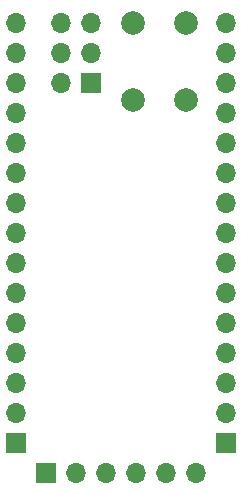
<source format=gbr>
%TF.GenerationSoftware,KiCad,Pcbnew,(6.0.7)*%
%TF.CreationDate,2023-06-10T06:11:36-04:00*%
%TF.ProjectId,atmega328pb_breakout,61746d65-6761-4333-9238-70625f627265,rev?*%
%TF.SameCoordinates,Original*%
%TF.FileFunction,Soldermask,Bot*%
%TF.FilePolarity,Negative*%
%FSLAX46Y46*%
G04 Gerber Fmt 4.6, Leading zero omitted, Abs format (unit mm)*
G04 Created by KiCad (PCBNEW (6.0.7)) date 2023-06-10 06:11:36*
%MOMM*%
%LPD*%
G01*
G04 APERTURE LIST*
%ADD10C,2.000000*%
%ADD11R,1.700000X1.700000*%
%ADD12O,1.700000X1.700000*%
G04 APERTURE END LIST*
D10*
%TO.C,SW1*%
X111506000Y-45720000D03*
X111506000Y-52220000D03*
X116006000Y-45720000D03*
X116006000Y-52220000D03*
%TD*%
D11*
%TO.C,J4*%
X104140000Y-83820000D03*
D12*
X106680000Y-83820000D03*
X109220000Y-83820000D03*
X111760000Y-83820000D03*
X114300000Y-83820000D03*
X116840000Y-83820000D03*
%TD*%
D11*
%TO.C,J3*%
X119380000Y-81280000D03*
D12*
X119380000Y-78740000D03*
X119380000Y-76200000D03*
X119380000Y-73660000D03*
X119380000Y-71120000D03*
X119380000Y-68580000D03*
X119380000Y-66040000D03*
X119380000Y-63500000D03*
X119380000Y-60960000D03*
X119380000Y-58420000D03*
X119380000Y-55880000D03*
X119380000Y-53340000D03*
X119380000Y-50800000D03*
X119380000Y-48260000D03*
X119380000Y-45720000D03*
%TD*%
%TO.C,J2*%
X101600000Y-45720000D03*
X101600000Y-48260000D03*
X101600000Y-50800000D03*
X101600000Y-53340000D03*
X101600000Y-55880000D03*
X101600000Y-58420000D03*
X101600000Y-60960000D03*
X101600000Y-63500000D03*
X101600000Y-66040000D03*
X101600000Y-68580000D03*
X101600000Y-71120000D03*
X101600000Y-73660000D03*
X101600000Y-76200000D03*
X101600000Y-78740000D03*
D11*
X101600000Y-81280000D03*
%TD*%
%TO.C,ISP*%
X107950000Y-50800000D03*
D12*
X105410000Y-50800000D03*
X107950000Y-48260000D03*
X105410000Y-48260000D03*
X107950000Y-45720000D03*
X105410000Y-45720000D03*
%TD*%
M02*

</source>
